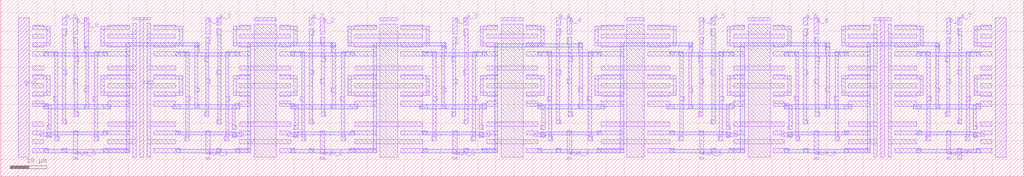
<source format=lef>
VERSION 5.6 ;
BUSBITCHARS "[]" ;
DIVIDERCHAR "/" ;

MACRO rca8
  CLASS RING ;
  ORIGIN 4.8 4.8 ;
  FOREIGN rca8 -4.8 -4.8 ;
  SIZE 278.4 BY 48.3 ;
  SYMMETRY X Y R90 ;
  PIN a_0
    DIRECTION INPUT ;
    USE SIGNAL ;
    PORT
      LAYER metal1 ;
        RECT 12 36.6 13.2 38.7 ;
    END
  END a_0
  PIN a_1
    DIRECTION INPUT ;
    USE SIGNAL ;
    PORT
      LAYER metal1 ;
        RECT 54 36.6 55.2 38.7 ;
    END
  END a_1
  PIN a_2
    DIRECTION INPUT ;
    USE SIGNAL ;
    PORT
      LAYER metal1 ;
        RECT 79.2 36.6 80.4 38.7 ;
    END
  END a_2
  PIN a_3
    DIRECTION INPUT ;
    USE SIGNAL ;
    PORT
      LAYER metal1 ;
        RECT 121.2 36.6 122.4 38.7 ;
    END
  END a_3
  PIN a_4
    DIRECTION INPUT ;
    USE SIGNAL ;
    PORT
      LAYER metal1 ;
        RECT 146.4 36.6 147.6 38.7 ;
    END
  END a_4
  PIN a_5
    DIRECTION INPUT ;
    USE SIGNAL ;
    PORT
      LAYER metal1 ;
        RECT 188.4 36.6 189.6 38.7 ;
    END
  END a_5
  PIN a_6
    DIRECTION INPUT ;
    USE SIGNAL ;
    PORT
      LAYER metal1 ;
        RECT 213.6 36.6 214.8 38.7 ;
    END
  END a_6
  PIN a_7
    DIRECTION INPUT ;
    USE SIGNAL ;
    PORT
      LAYER metal1 ;
        RECT 255.6 36.6 256.8 38.7 ;
    END
  END a_7
  PIN b_0
    DIRECTION INPUT ;
    USE SIGNAL ;
    PORT
      LAYER metal1 ;
        RECT 15 34.2 16.2 38.7 ;
    END
  END b_0
  PIN b_1
    DIRECTION INPUT ;
    USE SIGNAL ;
    PORT
      LAYER metal1 ;
        RECT 51 34.2 52.2 38.7 ;
    END
  END b_1
  PIN b_2
    DIRECTION INPUT ;
    USE SIGNAL ;
    PORT
      LAYER metal1 ;
        RECT 82.2 34.2 83.4 38.7 ;
    END
  END b_2
  PIN b_3
    DIRECTION INPUT ;
    USE SIGNAL ;
    PORT
      LAYER metal1 ;
        RECT 118.2 34.2 119.4 38.7 ;
    END
  END b_3
  PIN b_4
    DIRECTION INPUT ;
    USE SIGNAL ;
    PORT
      LAYER metal1 ;
        RECT 149.4 34.2 150.6 38.7 ;
    END
  END b_4
  PIN b_5
    DIRECTION INPUT ;
    USE SIGNAL ;
    PORT
      LAYER metal1 ;
        RECT 185.4 34.2 186.6 38.7 ;
    END
  END b_5
  PIN b_6
    DIRECTION INPUT ;
    USE SIGNAL ;
    PORT
      LAYER metal1 ;
        RECT 216.6 34.2 217.8 38.7 ;
    END
  END b_6
  PIN b_7
    DIRECTION INPUT ;
    USE SIGNAL ;
    PORT
      LAYER metal1 ;
        RECT 252.6 34.2 253.8 38.7 ;
    END
  END b_7
  PIN c_0
    DIRECTION INPUT ;
    USE SIGNAL ;
    PORT
      LAYER metal1 ;
        RECT 18 31.8 19.2 38.7 ;
    END
  END c_0
  PIN cout
    DIRECTION OUTPUT ;
    USE SIGNAL ;
    PORT
      LAYER metal1 ;
        RECT 255.6 0 256.8 1.8 ;
    END
  END cout
  PIN gnd
    DIRECTION INOUT ;
    USE GROUND ;
    SHAPE RING ;
    PORT
      LAYER metal1 ;
        RECT 265.8 0.6 268.8 38.7 ;
        RECT 198.6 37.8 204.6 38.7 ;
        RECT 131.4 37.8 137.4 38.7 ;
        RECT 64.2 37.8 70.2 38.7 ;
        RECT 0 0.6 3 38.7 ;
    END
  END gnd
  PIN sum_0
    DIRECTION OUTPUT ;
    USE SIGNAL ;
    PORT
      LAYER metal1 ;
        RECT 15 0 16.2 0.6 ;
    END
  END sum_0
  PIN sum_1
    DIRECTION OUTPUT ;
    USE SIGNAL ;
    PORT
      LAYER metal1 ;
        RECT 51 0 52.2 0.6 ;
    END
  END sum_1
  PIN sum_2
    DIRECTION OUTPUT ;
    USE SIGNAL ;
    PORT
      LAYER metal1 ;
        RECT 82.2 0 83.4 0.6 ;
    END
  END sum_2
  PIN sum_3
    DIRECTION OUTPUT ;
    USE SIGNAL ;
    PORT
      LAYER metal1 ;
        RECT 118.2 0 119.4 0.6 ;
    END
  END sum_3
  PIN sum_4
    DIRECTION OUTPUT ;
    USE SIGNAL ;
    PORT
      LAYER metal1 ;
        RECT 149.4 0 150.6 0.6 ;
    END
  END sum_4
  PIN sum_5
    DIRECTION OUTPUT ;
    USE SIGNAL ;
    PORT
      LAYER metal1 ;
        RECT 185.4 0 186.6 0.6 ;
    END
  END sum_5
  PIN sum_6
    DIRECTION OUTPUT ;
    USE SIGNAL ;
    PORT
      LAYER metal1 ;
        RECT 216.6 0 217.8 0.6 ;
    END
  END sum_6
  PIN sum_7
    DIRECTION OUTPUT ;
    USE SIGNAL ;
    PORT
      LAYER metal1 ;
        RECT 252.6 0 253.8 0.6 ;
    END
  END sum_7
  PIN vdd
    DIRECTION INOUT ;
    USE POWER ;
    SHAPE RING ;
    PORT
      LAYER metal1 ;
        RECT 232.8 37.8 237.6 38.7 ;
        RECT 234.6 0.6 235.8 38.7 ;
        RECT 165.6 37.8 170.4 38.7 ;
        RECT 98.4 37.8 103.2 38.7 ;
        RECT 31.2 38.1 36 38.7 ;
        RECT 33 0.6 34.2 38.7 ;
    END
  END vdd
  OBS
    LAYER metal2 ;
      RECT 260.7 1.8 261.9 3 ;
      RECT 255.6 1.8 256.8 3 ;
      RECT 244.5 1.8 245.7 3 ;
      RECT 244.5 1.8 261.9 2.7 ;
      RECT 258 28.2 261.9 29.4 ;
      RECT 244.5 28.2 248.1 29.4 ;
      RECT 244.5 28.2 261.9 29.1 ;
      RECT 252.6 6.6 253.8 7.8 ;
      RECT 244.5 6.6 245.7 7.8 ;
      RECT 244.5 6.6 261 7.5 ;
      RECT 259.8 6 261 7.5 ;
      RECT 231 30.9 250.8 31.8 ;
      RECT 249.6 30.6 250.8 31.8 ;
      RECT 231 1.8 231.9 31.8 ;
      RECT 224.7 1.8 225.9 3 ;
      RECT 213.6 1.8 214.8 3 ;
      RECT 208.5 1.8 209.7 3 ;
      RECT 208.5 1.8 231.9 2.7 ;
      RECT 224.7 6.6 225.9 7.8 ;
      RECT 216.6 6.6 217.8 7.8 ;
      RECT 209.4 6.6 225.9 7.5 ;
      RECT 209.4 6 210.6 7.5 ;
      RECT 222.3 28.2 225.9 29.4 ;
      RECT 208.5 28.2 212.4 29.4 ;
      RECT 208.5 28.2 225.9 29.1 ;
      RECT 196.5 30.9 220.8 31.8 ;
      RECT 219.6 30.6 220.8 31.8 ;
      RECT 196.5 1.8 197.7 31.8 ;
      RECT 193.5 1.8 194.7 3 ;
      RECT 188.4 1.8 189.6 3 ;
      RECT 177.3 1.8 178.5 3 ;
      RECT 177.3 1.8 197.7 2.7 ;
      RECT 190.8 28.2 194.7 29.4 ;
      RECT 177.3 28.2 180.9 29.4 ;
      RECT 177.3 28.2 194.7 29.1 ;
      RECT 185.4 6.6 186.6 7.8 ;
      RECT 177.3 6.6 178.5 7.8 ;
      RECT 177.3 6.6 193.8 7.5 ;
      RECT 192.6 6 193.8 7.5 ;
      RECT 163.8 30.9 183.6 31.8 ;
      RECT 182.4 30.6 183.6 31.8 ;
      RECT 163.8 1.8 164.7 31.8 ;
      RECT 157.5 1.8 158.7 3 ;
      RECT 146.4 1.8 147.6 3 ;
      RECT 141.3 1.8 142.5 3 ;
      RECT 141.3 1.8 164.7 2.7 ;
      RECT 157.5 6.6 158.7 7.8 ;
      RECT 149.4 6.6 150.6 7.8 ;
      RECT 142.2 6.6 158.7 7.5 ;
      RECT 142.2 6 143.4 7.5 ;
      RECT 155.1 28.2 158.7 29.4 ;
      RECT 141.3 28.2 145.2 29.4 ;
      RECT 141.3 28.2 158.7 29.1 ;
      RECT 152.4 30.6 153.6 31.8 ;
      RECT 129.6 30.6 153.6 31.5 ;
      RECT 129.6 1.8 130.5 31.5 ;
      RECT 126.3 1.8 127.5 3 ;
      RECT 121.2 1.8 122.4 3 ;
      RECT 110.1 1.8 111.3 3 ;
      RECT 110.1 1.8 130.5 2.7 ;
      RECT 123.6 28.2 127.5 29.4 ;
      RECT 110.1 28.2 113.7 29.4 ;
      RECT 110.1 28.2 127.5 29.1 ;
      RECT 118.2 6.6 119.4 7.8 ;
      RECT 110.1 6.6 111.3 7.8 ;
      RECT 110.1 6.6 126.6 7.5 ;
      RECT 125.4 6 126.6 7.5 ;
      RECT 96.6 30.9 116.4 31.8 ;
      RECT 115.2 30.6 116.4 31.8 ;
      RECT 96.6 1.8 97.5 31.8 ;
      RECT 90.3 1.8 91.5 3 ;
      RECT 79.2 1.8 80.4 3 ;
      RECT 74.1 1.8 75.3 3 ;
      RECT 74.1 1.8 97.5 2.7 ;
      RECT 90.3 6.6 91.5 7.8 ;
      RECT 82.2 6.6 83.4 7.8 ;
      RECT 75 6.6 91.5 7.5 ;
      RECT 75 6 76.2 7.5 ;
      RECT 87.9 28.2 91.5 29.4 ;
      RECT 74.1 28.2 78 29.4 ;
      RECT 74.1 28.2 91.5 29.1 ;
      RECT 62.4 30.9 86.4 31.8 ;
      RECT 85.2 30.6 86.4 31.8 ;
      RECT 62.4 1.8 63.3 31.8 ;
      RECT 59.1 1.8 60.3 3 ;
      RECT 54 1.8 55.2 3 ;
      RECT 42.9 1.8 44.1 3 ;
      RECT 42.9 1.8 63.3 2.7 ;
      RECT 56.4 28.2 60.3 29.4 ;
      RECT 42.9 28.2 46.5 29.4 ;
      RECT 42.9 28.2 60.3 29.1 ;
      RECT 51 6.6 52.2 7.8 ;
      RECT 42.9 6.6 44.1 7.8 ;
      RECT 42.9 6.6 59.4 7.5 ;
      RECT 58.2 6 59.4 7.5 ;
      RECT 29.4 30.9 49.2 31.8 ;
      RECT 48 30.6 49.2 31.8 ;
      RECT 29.4 1.8 30.3 31.8 ;
      RECT 23.1 1.8 24.3 3 ;
      RECT 12 1.8 13.2 3 ;
      RECT 6.9 1.8 8.1 3 ;
      RECT 6.9 1.8 30.3 2.7 ;
      RECT 23.1 6.6 24.3 7.8 ;
      RECT 15 6.6 16.2 7.8 ;
      RECT 7.8 6.6 24.3 7.5 ;
      RECT 7.8 6 9 7.5 ;
      RECT 20.7 28.2 24.3 29.4 ;
      RECT 6.9 28.2 10.8 29.4 ;
      RECT 6.9 28.2 24.3 29.1 ;
      RECT 243.6 13.8 261.9 15 ;
      RECT 208.5 13.8 226.8 15 ;
      RECT 176.4 13.8 194.7 15 ;
      RECT 141.3 13.8 159.6 15 ;
      RECT 109.2 13.8 127.5 15 ;
      RECT 74.1 13.8 92.4 15 ;
      RECT 42 13.8 60.3 15 ;
      RECT 6.9 13.8 25.2 15 ;
      RECT 18 30.6 19.2 31.8 ;
    LAYER metal1 ;
      RECT 261.9 6.6 264.9 7.8 ;
      RECT 259.8 6.3 262.8 7.2 ;
      RECT 259.8 6 261 7.2 ;
      RECT 261.9 14.4 264.9 15.9 ;
      RECT 260.7 13.8 261.9 15.3 ;
      RECT 259.8 8.1 260.7 14.7 ;
      RECT 259.8 8.1 261 9.3 ;
      RECT 261.9 21.9 264.9 23.1 ;
      RECT 260.1 21.9 264.9 22.8 ;
      RECT 260.1 17.4 261 22.8 ;
      RECT 260.1 17.4 264.9 18.3 ;
      RECT 261.9 17.1 264.9 18.3 ;
      RECT 261.9 35.4 264.9 36.6 ;
      RECT 260.1 35.4 264.9 36.3 ;
      RECT 260.1 30.9 261 36.3 ;
      RECT 260.1 30.9 264.9 31.8 ;
      RECT 261.9 30.6 264.9 31.8 ;
      RECT 258 28.2 259.2 29.4 ;
      RECT 258 5.1 258.9 29.4 ;
      RECT 258 15.9 259.2 17.1 ;
      RECT 257.7 5.1 258.9 6.3 ;
      RECT 255.6 33.9 256.8 35.7 ;
      RECT 255.9 9.6 256.8 35.7 ;
      RECT 255.6 23.1 256.8 24.3 ;
      RECT 255.6 9.6 256.8 10.8 ;
      RECT 252.6 31.5 253.8 33.3 ;
      RECT 252.6 11.7 253.5 33.3 ;
      RECT 252.3 26.7 253.5 27.9 ;
      RECT 252.6 20.7 253.8 21.9 ;
      RECT 252.3 11.7 253.5 12.9 ;
      RECT 249.6 29.1 250.8 31.8 ;
      RECT 249.6 13.8 250.5 31.8 ;
      RECT 249.6 18.3 250.8 19.5 ;
      RECT 249.6 13.8 250.8 15 ;
      RECT 246.9 28.2 248.1 29.4 ;
      RECT 247.2 5.1 248.1 29.4 ;
      RECT 247.2 15.9 248.4 17.1 ;
      RECT 246.9 5.1 248.1 6.3 ;
      RECT 238.5 21.9 244.5 23.1 ;
      RECT 238.5 21.9 246.3 22.8 ;
      RECT 245.4 17.4 246.3 22.8 ;
      RECT 238.5 17.4 246.3 18.3 ;
      RECT 238.5 17.1 244.5 18.3 ;
      RECT 238.5 35.4 244.5 36.6 ;
      RECT 238.5 35.4 246.3 36.3 ;
      RECT 245.4 30.9 246.3 36.3 ;
      RECT 238.5 30.9 246.3 31.8 ;
      RECT 238.5 30.6 244.5 31.8 ;
      RECT 238.5 14.4 244.5 15.9 ;
      RECT 243.6 13.8 245.7 15 ;
      RECT 236.7 0.6 237.6 36.9 ;
      RECT 236.7 33 244.5 34.2 ;
      RECT 236.7 24.3 244.5 25.5 ;
      RECT 236.7 19.5 244.5 20.7 ;
      RECT 236.7 9 244.5 10.2 ;
      RECT 236.7 4.2 244.5 5.4 ;
      RECT 232.8 0.6 233.7 36.9 ;
      RECT 225.9 33 233.7 34.2 ;
      RECT 225.9 24.3 233.7 25.5 ;
      RECT 225.9 19.5 233.7 20.7 ;
      RECT 225.9 9 233.7 10.2 ;
      RECT 225.9 4.2 233.7 5.4 ;
      RECT 225.9 14.4 231.9 15.9 ;
      RECT 224.7 13.8 226.8 15 ;
      RECT 225.9 21.9 231.9 23.1 ;
      RECT 224.1 21.9 231.9 22.8 ;
      RECT 224.1 17.4 225 22.8 ;
      RECT 224.1 17.4 231.9 18.3 ;
      RECT 225.9 17.1 231.9 18.3 ;
      RECT 225.9 35.4 231.9 36.6 ;
      RECT 224.1 35.4 231.9 36.3 ;
      RECT 224.1 30.9 225 36.3 ;
      RECT 224.1 30.9 231.9 31.8 ;
      RECT 225.9 30.6 231.9 31.8 ;
      RECT 222.3 28.2 223.5 29.4 ;
      RECT 222.3 5.1 223.2 29.4 ;
      RECT 222 15.9 223.2 17.1 ;
      RECT 222.3 5.1 223.5 6.3 ;
      RECT 219.6 29.1 220.8 31.8 ;
      RECT 219.9 13.8 220.8 31.8 ;
      RECT 219.6 18.3 220.8 19.5 ;
      RECT 219.6 13.8 220.8 15 ;
      RECT 216.6 31.5 217.8 33.3 ;
      RECT 216.9 11.7 217.8 33.3 ;
      RECT 216.9 26.7 218.1 27.9 ;
      RECT 216.6 20.7 217.8 21.9 ;
      RECT 216.9 11.7 218.1 12.9 ;
      RECT 213.6 33.9 214.8 35.7 ;
      RECT 213.6 9.6 214.5 35.7 ;
      RECT 213.6 23.1 214.8 24.3 ;
      RECT 213.6 9.6 214.8 10.8 ;
      RECT 211.2 28.2 212.4 29.4 ;
      RECT 211.5 5.1 212.4 29.4 ;
      RECT 211.2 15.9 212.4 17.1 ;
      RECT 211.5 5.1 212.7 6.3 ;
      RECT 205.5 6.6 208.5 7.8 ;
      RECT 209.4 6 210.6 7.2 ;
      RECT 207.6 6.3 210.6 7.2 ;
      RECT 205.5 14.4 208.5 15.9 ;
      RECT 205.5 14.4 209.7 15.3 ;
      RECT 209.7 8.1 210.6 14.7 ;
      RECT 208.5 13.8 210.6 14.7 ;
      RECT 209.4 8.1 210.6 9.3 ;
      RECT 205.5 21.9 208.5 23.1 ;
      RECT 205.5 21.9 210.3 22.8 ;
      RECT 209.4 17.4 210.3 22.8 ;
      RECT 205.5 17.4 210.3 18.3 ;
      RECT 205.5 17.1 208.5 18.3 ;
      RECT 205.5 35.4 208.5 36.6 ;
      RECT 205.5 35.4 210.3 36.3 ;
      RECT 209.4 30.9 210.3 36.3 ;
      RECT 205.5 30.9 210.3 31.8 ;
      RECT 205.5 30.6 208.5 31.8 ;
      RECT 198.6 0.6 204.6 36.9 ;
      RECT 194.7 33 208.5 34.2 ;
      RECT 194.7 24.3 208.5 25.5 ;
      RECT 194.7 19.5 208.5 20.7 ;
      RECT 194.7 9 208.5 10.2 ;
      RECT 194.7 4.2 208.5 5.4 ;
      RECT 194.7 6.6 197.7 7.8 ;
      RECT 192.6 6.3 195.6 7.2 ;
      RECT 192.6 6 193.8 7.2 ;
      RECT 194.7 14.4 197.7 15.9 ;
      RECT 193.5 13.8 194.7 15.3 ;
      RECT 192.6 8.1 193.5 14.7 ;
      RECT 192.6 8.1 193.8 9.3 ;
      RECT 194.7 21.9 197.7 23.1 ;
      RECT 192.9 21.9 197.7 22.8 ;
      RECT 192.9 17.4 193.8 22.8 ;
      RECT 192.9 17.4 197.7 18.3 ;
      RECT 194.7 17.1 197.7 18.3 ;
      RECT 194.7 35.4 197.7 36.6 ;
      RECT 192.9 35.4 197.7 36.3 ;
      RECT 192.9 30.9 193.8 36.3 ;
      RECT 192.9 30.9 197.7 31.8 ;
      RECT 194.7 30.6 197.7 31.8 ;
      RECT 190.8 28.2 192 29.4 ;
      RECT 190.8 5.1 191.7 29.4 ;
      RECT 190.8 15.9 192 17.1 ;
      RECT 190.5 5.1 191.7 6.3 ;
      RECT 188.4 33.9 189.6 35.7 ;
      RECT 188.7 9.6 189.6 35.7 ;
      RECT 188.4 23.1 189.6 24.3 ;
      RECT 188.4 9.6 189.6 10.8 ;
      RECT 185.4 31.5 186.6 33.3 ;
      RECT 185.4 11.7 186.3 33.3 ;
      RECT 185.1 26.7 186.3 27.9 ;
      RECT 185.4 20.7 186.6 21.9 ;
      RECT 185.1 11.7 186.3 12.9 ;
      RECT 182.4 29.1 183.6 31.8 ;
      RECT 182.4 13.8 183.3 31.8 ;
      RECT 182.4 18.3 183.6 19.5 ;
      RECT 182.4 13.8 183.6 15 ;
      RECT 179.7 28.2 180.9 29.4 ;
      RECT 180 5.1 180.9 29.4 ;
      RECT 180 15.9 181.2 17.1 ;
      RECT 179.7 5.1 180.9 6.3 ;
      RECT 171.3 21.9 177.3 23.1 ;
      RECT 171.3 21.9 179.1 22.8 ;
      RECT 178.2 17.4 179.1 22.8 ;
      RECT 171.3 17.4 179.1 18.3 ;
      RECT 171.3 17.1 177.3 18.3 ;
      RECT 171.3 35.4 177.3 36.6 ;
      RECT 171.3 35.4 179.1 36.3 ;
      RECT 178.2 30.9 179.1 36.3 ;
      RECT 171.3 30.9 179.1 31.8 ;
      RECT 171.3 30.6 177.3 31.8 ;
      RECT 171.3 14.4 177.3 15.9 ;
      RECT 176.4 13.8 178.5 15 ;
      RECT 165.6 0.6 170.4 36.9 ;
      RECT 158.7 33 177.3 34.2 ;
      RECT 158.7 24.3 177.3 25.5 ;
      RECT 158.7 19.5 177.3 20.7 ;
      RECT 158.7 9 177.3 10.2 ;
      RECT 158.7 4.2 177.3 5.4 ;
      RECT 158.7 14.4 164.7 15.9 ;
      RECT 157.5 13.8 159.6 15 ;
      RECT 158.7 21.9 164.7 23.1 ;
      RECT 156.9 21.9 164.7 22.8 ;
      RECT 156.9 17.4 157.8 22.8 ;
      RECT 156.9 17.4 164.7 18.3 ;
      RECT 158.7 17.1 164.7 18.3 ;
      RECT 158.7 35.4 164.7 36.6 ;
      RECT 156.9 35.4 164.7 36.3 ;
      RECT 156.9 30.9 157.8 36.3 ;
      RECT 156.9 30.9 164.7 31.8 ;
      RECT 158.7 30.6 164.7 31.8 ;
      RECT 155.1 28.2 156.3 29.4 ;
      RECT 155.1 5.1 156 29.4 ;
      RECT 154.8 15.9 156 17.1 ;
      RECT 155.1 5.1 156.3 6.3 ;
      RECT 152.4 29.1 153.6 31.8 ;
      RECT 152.7 13.8 153.6 31.8 ;
      RECT 152.4 18.3 153.6 19.5 ;
      RECT 152.4 13.8 153.6 15 ;
      RECT 149.4 31.5 150.6 33.3 ;
      RECT 149.7 11.7 150.6 33.3 ;
      RECT 149.7 26.7 150.9 27.9 ;
      RECT 149.4 20.7 150.6 21.9 ;
      RECT 149.7 11.7 150.9 12.9 ;
      RECT 146.4 33.9 147.6 35.7 ;
      RECT 146.4 9.6 147.3 35.7 ;
      RECT 146.4 23.1 147.6 24.3 ;
      RECT 146.4 9.6 147.6 10.8 ;
      RECT 144 28.2 145.2 29.4 ;
      RECT 144.3 5.1 145.2 29.4 ;
      RECT 144 15.9 145.2 17.1 ;
      RECT 144.3 5.1 145.5 6.3 ;
      RECT 138.3 6.6 141.3 7.8 ;
      RECT 142.2 6 143.4 7.2 ;
      RECT 140.4 6.3 143.4 7.2 ;
      RECT 138.3 14.4 141.3 15.9 ;
      RECT 138.3 14.4 142.5 15.3 ;
      RECT 142.5 8.1 143.4 14.7 ;
      RECT 141.3 13.8 143.4 14.7 ;
      RECT 142.2 8.1 143.4 9.3 ;
      RECT 138.3 21.9 141.3 23.1 ;
      RECT 138.3 21.9 143.1 22.8 ;
      RECT 142.2 17.4 143.1 22.8 ;
      RECT 138.3 17.4 143.1 18.3 ;
      RECT 138.3 17.1 141.3 18.3 ;
      RECT 138.3 35.4 141.3 36.6 ;
      RECT 138.3 35.4 143.1 36.3 ;
      RECT 142.2 30.9 143.1 36.3 ;
      RECT 138.3 30.9 143.1 31.8 ;
      RECT 138.3 30.6 141.3 31.8 ;
      RECT 131.4 0.6 137.4 36.9 ;
      RECT 127.5 33 141.3 34.2 ;
      RECT 127.5 24.3 141.3 25.5 ;
      RECT 127.5 19.5 141.3 20.7 ;
      RECT 127.5 9 141.3 10.2 ;
      RECT 127.5 4.2 141.3 5.4 ;
      RECT 127.5 6.6 130.5 7.8 ;
      RECT 125.4 6.3 128.4 7.2 ;
      RECT 125.4 6 126.6 7.2 ;
      RECT 127.5 14.4 130.5 15.9 ;
      RECT 126.3 13.8 127.5 15.3 ;
      RECT 125.4 8.1 126.3 14.7 ;
      RECT 125.4 8.1 126.6 9.3 ;
      RECT 127.5 21.9 130.5 23.1 ;
      RECT 125.7 21.9 130.5 22.8 ;
      RECT 125.7 17.4 126.6 22.8 ;
      RECT 125.7 17.4 130.5 18.3 ;
      RECT 127.5 17.1 130.5 18.3 ;
      RECT 127.5 35.4 130.5 36.6 ;
      RECT 125.7 35.4 130.5 36.3 ;
      RECT 125.7 30.9 126.6 36.3 ;
      RECT 125.7 30.9 130.5 31.8 ;
      RECT 127.5 30.6 130.5 31.8 ;
      RECT 123.6 28.2 124.8 29.4 ;
      RECT 123.6 5.1 124.5 29.4 ;
      RECT 123.6 15.9 124.8 17.1 ;
      RECT 123.3 5.1 124.5 6.3 ;
      RECT 121.2 33.9 122.4 35.7 ;
      RECT 121.5 9.6 122.4 35.7 ;
      RECT 121.2 23.1 122.4 24.3 ;
      RECT 121.2 9.6 122.4 10.8 ;
      RECT 118.2 31.5 119.4 33.3 ;
      RECT 118.2 11.7 119.1 33.3 ;
      RECT 117.9 26.7 119.1 27.9 ;
      RECT 118.2 20.7 119.4 21.9 ;
      RECT 117.9 11.7 119.1 12.9 ;
      RECT 115.2 29.1 116.4 31.8 ;
      RECT 115.2 13.8 116.1 31.8 ;
      RECT 115.2 18.3 116.4 19.5 ;
      RECT 115.2 13.8 116.4 15 ;
      RECT 112.5 28.2 113.7 29.4 ;
      RECT 112.8 5.1 113.7 29.4 ;
      RECT 112.8 15.9 114 17.1 ;
      RECT 112.5 5.1 113.7 6.3 ;
      RECT 104.1 21.9 110.1 23.1 ;
      RECT 104.1 21.9 111.9 22.8 ;
      RECT 111 17.4 111.9 22.8 ;
      RECT 104.1 17.4 111.9 18.3 ;
      RECT 104.1 17.1 110.1 18.3 ;
      RECT 104.1 35.4 110.1 36.6 ;
      RECT 104.1 35.4 111.9 36.3 ;
      RECT 111 30.9 111.9 36.3 ;
      RECT 104.1 30.9 111.9 31.8 ;
      RECT 104.1 30.6 110.1 31.8 ;
      RECT 104.1 14.4 110.1 15.9 ;
      RECT 109.2 13.8 111.3 15 ;
      RECT 98.4 0.6 103.2 36.9 ;
      RECT 91.5 33 110.1 34.2 ;
      RECT 91.5 24.3 110.1 25.5 ;
      RECT 91.5 19.5 110.1 20.7 ;
      RECT 91.5 9 110.1 10.2 ;
      RECT 91.5 4.2 110.1 5.4 ;
      RECT 91.5 14.4 97.5 15.9 ;
      RECT 90.3 13.8 92.4 15 ;
      RECT 91.5 21.9 97.5 23.1 ;
      RECT 89.7 21.9 97.5 22.8 ;
      RECT 89.7 17.4 90.6 22.8 ;
      RECT 89.7 17.4 97.5 18.3 ;
      RECT 91.5 17.1 97.5 18.3 ;
      RECT 91.5 35.4 97.5 36.6 ;
      RECT 89.7 35.4 97.5 36.3 ;
      RECT 89.7 30.9 90.6 36.3 ;
      RECT 89.7 30.9 97.5 31.8 ;
      RECT 91.5 30.6 97.5 31.8 ;
      RECT 87.9 28.2 89.1 29.4 ;
      RECT 87.9 5.1 88.8 29.4 ;
      RECT 87.6 15.9 88.8 17.1 ;
      RECT 87.9 5.1 89.1 6.3 ;
      RECT 85.2 29.1 86.4 31.8 ;
      RECT 85.5 13.8 86.4 31.8 ;
      RECT 85.2 18.3 86.4 19.5 ;
      RECT 85.2 13.8 86.4 15 ;
      RECT 82.2 31.5 83.4 33.3 ;
      RECT 82.5 11.7 83.4 33.3 ;
      RECT 82.5 26.7 83.7 27.9 ;
      RECT 82.2 20.7 83.4 21.9 ;
      RECT 82.5 11.7 83.7 12.9 ;
      RECT 79.2 33.9 80.4 35.7 ;
      RECT 79.2 9.6 80.1 35.7 ;
      RECT 79.2 23.1 80.4 24.3 ;
      RECT 79.2 9.6 80.4 10.8 ;
      RECT 76.8 28.2 78 29.4 ;
      RECT 77.1 5.1 78 29.4 ;
      RECT 76.8 15.9 78 17.1 ;
      RECT 77.1 5.1 78.3 6.3 ;
      RECT 71.1 6.6 74.1 7.8 ;
      RECT 75 6 76.2 7.2 ;
      RECT 73.2 6.3 76.2 7.2 ;
      RECT 71.1 14.4 74.1 15.9 ;
      RECT 71.1 14.4 75.3 15.3 ;
      RECT 75.3 8.1 76.2 14.7 ;
      RECT 74.1 13.8 76.2 14.7 ;
      RECT 75 8.1 76.2 9.3 ;
      RECT 71.1 21.9 74.1 23.1 ;
      RECT 71.1 21.9 75.9 22.8 ;
      RECT 75 17.4 75.9 22.8 ;
      RECT 71.1 17.4 75.9 18.3 ;
      RECT 71.1 17.1 74.1 18.3 ;
      RECT 71.1 35.4 74.1 36.6 ;
      RECT 71.1 35.4 75.9 36.3 ;
      RECT 75 30.9 75.9 36.3 ;
      RECT 71.1 30.9 75.9 31.8 ;
      RECT 71.1 30.6 74.1 31.8 ;
      RECT 64.2 0.6 70.2 36.9 ;
      RECT 60.3 33 74.1 34.2 ;
      RECT 60.3 24.3 74.1 25.5 ;
      RECT 60.3 19.5 74.1 20.7 ;
      RECT 60.3 9 74.1 10.2 ;
      RECT 60.3 4.2 74.1 5.4 ;
      RECT 60.3 6.6 63.3 7.8 ;
      RECT 58.2 6.3 61.2 7.2 ;
      RECT 58.2 6 59.4 7.2 ;
      RECT 60.3 14.4 63.3 15.9 ;
      RECT 59.1 13.8 60.3 15.3 ;
      RECT 58.2 8.1 59.1 14.7 ;
      RECT 58.2 8.1 59.4 9.3 ;
      RECT 60.3 21.9 63.3 23.1 ;
      RECT 58.5 21.9 63.3 22.8 ;
      RECT 58.5 17.4 59.4 22.8 ;
      RECT 58.5 17.4 63.3 18.3 ;
      RECT 60.3 17.1 63.3 18.3 ;
      RECT 60.3 35.4 63.3 36.6 ;
      RECT 58.5 35.4 63.3 36.3 ;
      RECT 58.5 30.9 59.4 36.3 ;
      RECT 58.5 30.9 63.3 31.8 ;
      RECT 60.3 30.6 63.3 31.8 ;
      RECT 56.4 28.2 57.6 29.4 ;
      RECT 56.4 5.1 57.3 29.4 ;
      RECT 56.4 15.9 57.6 17.1 ;
      RECT 56.1 5.1 57.3 6.3 ;
      RECT 54 33.9 55.2 35.7 ;
      RECT 54.3 9.6 55.2 35.7 ;
      RECT 54 23.1 55.2 24.3 ;
      RECT 54 9.6 55.2 10.8 ;
      RECT 51 31.5 52.2 33.3 ;
      RECT 51 11.7 51.9 33.3 ;
      RECT 50.7 26.7 51.9 27.9 ;
      RECT 51 20.7 52.2 21.9 ;
      RECT 50.7 11.7 51.9 12.9 ;
      RECT 48 29.1 49.2 31.8 ;
      RECT 48 13.8 48.9 31.8 ;
      RECT 48 18.3 49.2 19.5 ;
      RECT 48 13.8 49.2 15 ;
      RECT 45.3 28.2 46.5 29.4 ;
      RECT 45.6 5.1 46.5 29.4 ;
      RECT 45.6 15.9 46.8 17.1 ;
      RECT 45.3 5.1 46.5 6.3 ;
      RECT 36.9 21.9 42.9 23.1 ;
      RECT 36.9 21.9 44.7 22.8 ;
      RECT 43.8 17.4 44.7 22.8 ;
      RECT 36.9 17.4 44.7 18.3 ;
      RECT 36.9 17.1 42.9 18.3 ;
      RECT 36.9 35.4 42.9 36.6 ;
      RECT 36.9 35.4 44.7 36.3 ;
      RECT 43.8 30.9 44.7 36.3 ;
      RECT 36.9 30.9 44.7 31.8 ;
      RECT 36.9 30.6 42.9 31.8 ;
      RECT 36.9 14.4 42.9 15.9 ;
      RECT 42 13.8 44.1 15 ;
      RECT 35.1 0.6 36 37.2 ;
      RECT 35.1 33 42.9 34.2 ;
      RECT 35.1 24.3 42.9 25.5 ;
      RECT 35.1 19.5 42.9 20.7 ;
      RECT 35.1 9 42.9 10.2 ;
      RECT 35.1 4.2 42.9 5.4 ;
      RECT 31.2 0.6 32.1 37.2 ;
      RECT 24.3 33 32.1 34.2 ;
      RECT 24.3 24.3 32.1 25.5 ;
      RECT 24.3 19.5 32.1 20.7 ;
      RECT 24.3 9 32.1 10.2 ;
      RECT 24.3 4.2 32.1 5.4 ;
      RECT 24.3 14.4 30.3 15.9 ;
      RECT 23.1 13.8 25.2 15 ;
      RECT 24.3 21.9 30.3 23.1 ;
      RECT 22.5 21.9 30.3 22.8 ;
      RECT 22.5 17.4 23.4 22.8 ;
      RECT 22.5 17.4 30.3 18.3 ;
      RECT 24.3 17.1 30.3 18.3 ;
      RECT 24.3 35.4 30.3 36.6 ;
      RECT 22.5 35.4 30.3 36.3 ;
      RECT 22.5 30.9 23.4 36.3 ;
      RECT 22.5 30.9 30.3 31.8 ;
      RECT 24.3 30.6 30.3 31.8 ;
      RECT 20.7 28.2 21.9 29.4 ;
      RECT 20.7 5.1 21.6 29.4 ;
      RECT 20.4 15.9 21.6 17.1 ;
      RECT 20.7 5.1 21.9 6.3 ;
      RECT 18 29.1 19.2 30.9 ;
      RECT 18.3 13.8 19.2 30.9 ;
      RECT 18 18.3 19.2 19.5 ;
      RECT 18 13.8 19.2 15 ;
      RECT 15 31.5 16.2 33.3 ;
      RECT 15.3 11.7 16.2 33.3 ;
      RECT 15.3 26.7 16.5 27.9 ;
      RECT 15 20.7 16.2 21.9 ;
      RECT 15.3 11.7 16.5 12.9 ;
      RECT 12 33.9 13.2 35.7 ;
      RECT 12 9.6 12.9 35.7 ;
      RECT 12 23.1 13.2 24.3 ;
      RECT 12 9.6 13.2 10.8 ;
      RECT 9.6 28.2 10.8 29.4 ;
      RECT 9.9 5.1 10.8 29.4 ;
      RECT 9.6 15.9 10.8 17.1 ;
      RECT 9.9 5.1 11.1 6.3 ;
      RECT 3.9 6.6 6.9 7.8 ;
      RECT 7.8 6 9 7.2 ;
      RECT 6 6.3 9 7.2 ;
      RECT 3.9 14.4 6.9 15.9 ;
      RECT 3.9 14.4 8.1 15.3 ;
      RECT 8.1 8.1 9 14.7 ;
      RECT 6.9 13.8 9 14.7 ;
      RECT 7.8 8.1 9 9.3 ;
      RECT 3.9 21.9 6.9 23.1 ;
      RECT 3.9 21.9 8.7 22.8 ;
      RECT 7.8 17.4 8.7 22.8 ;
      RECT 3.9 17.4 8.7 18.3 ;
      RECT 3.9 17.1 6.9 18.3 ;
      RECT 3.9 35.4 6.9 36.6 ;
      RECT 3.9 35.4 8.7 36.3 ;
      RECT 7.8 30.9 8.7 36.3 ;
      RECT 3.9 30.9 8.7 31.8 ;
      RECT 3.9 30.6 6.9 31.8 ;
      RECT 260.7 1.8 264.9 3 ;
      RECT 261.9 4.2 264.9 5.4 ;
      RECT 261.9 9 264.9 10.2 ;
      RECT 261.9 19.5 264.9 20.7 ;
      RECT 261.9 24.3 264.9 25.5 ;
      RECT 260.7 28.2 264.9 29.4 ;
      RECT 261.9 33 264.9 34.2 ;
      RECT 255.6 2.7 256.8 3 ;
      RECT 252.6 1.5 253.8 7.8 ;
      RECT 238.5 1.8 245.7 3 ;
      RECT 238.5 6.6 245.7 7.8 ;
      RECT 238.5 28.2 245.7 29.4 ;
      RECT 224.7 1.8 231.9 3 ;
      RECT 224.7 6.6 231.9 7.8 ;
      RECT 224.7 28.2 231.9 29.4 ;
      RECT 216.6 1.5 217.8 7.8 ;
      RECT 213.6 1.8 214.8 3 ;
      RECT 205.5 1.8 209.7 3 ;
      RECT 205.5 28.2 209.7 29.4 ;
      RECT 193.5 1.8 197.7 3 ;
      RECT 193.5 28.2 197.7 29.4 ;
      RECT 188.4 1.8 189.6 3 ;
      RECT 185.4 1.5 186.6 7.8 ;
      RECT 171.3 1.8 178.5 3 ;
      RECT 171.3 6.6 178.5 7.8 ;
      RECT 171.3 28.2 178.5 29.4 ;
      RECT 157.5 1.8 164.7 3 ;
      RECT 157.5 6.6 164.7 7.8 ;
      RECT 157.5 28.2 164.7 29.4 ;
      RECT 149.4 1.5 150.6 7.8 ;
      RECT 146.4 1.8 147.6 3 ;
      RECT 138.3 1.8 142.5 3 ;
      RECT 138.3 28.2 142.5 29.4 ;
      RECT 126.3 1.8 130.5 3 ;
      RECT 126.3 28.2 130.5 29.4 ;
      RECT 121.2 1.8 122.4 3 ;
      RECT 118.2 1.5 119.4 7.8 ;
      RECT 104.1 1.8 111.3 3 ;
      RECT 104.1 6.6 111.3 7.8 ;
      RECT 104.1 28.2 111.3 29.4 ;
      RECT 90.3 1.8 97.5 3 ;
      RECT 90.3 6.6 97.5 7.8 ;
      RECT 90.3 28.2 97.5 29.4 ;
      RECT 82.2 1.5 83.4 7.8 ;
      RECT 79.2 1.8 80.4 3 ;
      RECT 71.1 1.8 75.3 3 ;
      RECT 71.1 28.2 75.3 29.4 ;
      RECT 59.1 1.8 63.3 3 ;
      RECT 59.1 28.2 63.3 29.4 ;
      RECT 54 1.8 55.2 3 ;
      RECT 51 1.5 52.2 7.8 ;
      RECT 36.9 1.8 44.1 3 ;
      RECT 36.9 6.6 44.1 7.8 ;
      RECT 36.9 28.2 44.1 29.4 ;
      RECT 23.1 1.8 30.3 3 ;
      RECT 23.1 6.6 30.3 7.8 ;
      RECT 23.1 28.2 30.3 29.4 ;
      RECT 15 1.5 16.2 7.8 ;
      RECT 12 1.8 13.2 3 ;
      RECT 3.9 1.8 8.1 3 ;
      RECT 3.9 28.2 8.1 29.4 ;
      RECT 3.9 4.2 6.9 5.4 ;
      RECT 3.9 9 6.9 10.2 ;
      RECT 3.9 19.5 6.9 20.7 ;
      RECT 3.9 24.3 6.9 25.5 ;
      RECT 3.9 33 6.9 34.2 ;
  END
END rca8

END LIBRARY

</source>
